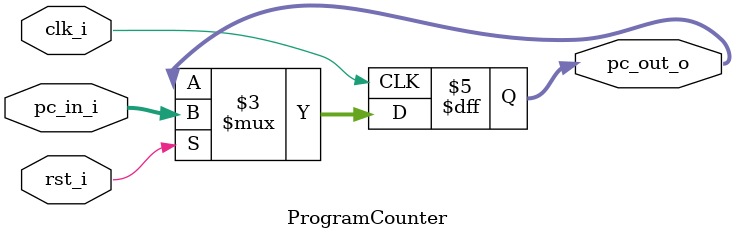
<source format=v>

module ProgramCounter(
    clk_i,
	rst_i,
	pc_in_i,
	pc_out_o
);
     
//I/O ports
input           clk_i;
input	        rst_i;
input  [32-1:0] pc_in_i;
output [32-1:0] pc_out_o;
 
//Internal Signals
reg    [32-1:0] pc_out_o;
//reg    [32-1:0] pc_in_i;
 
//Parameter

    
//Main function
always @(posedge clk_i or negedge rst_i) begin
    if(~rst_i)
	    pc_out_o <= pc_out_o;
	else
	    pc_out_o <= pc_in_i;
end

endmodule
</source>
